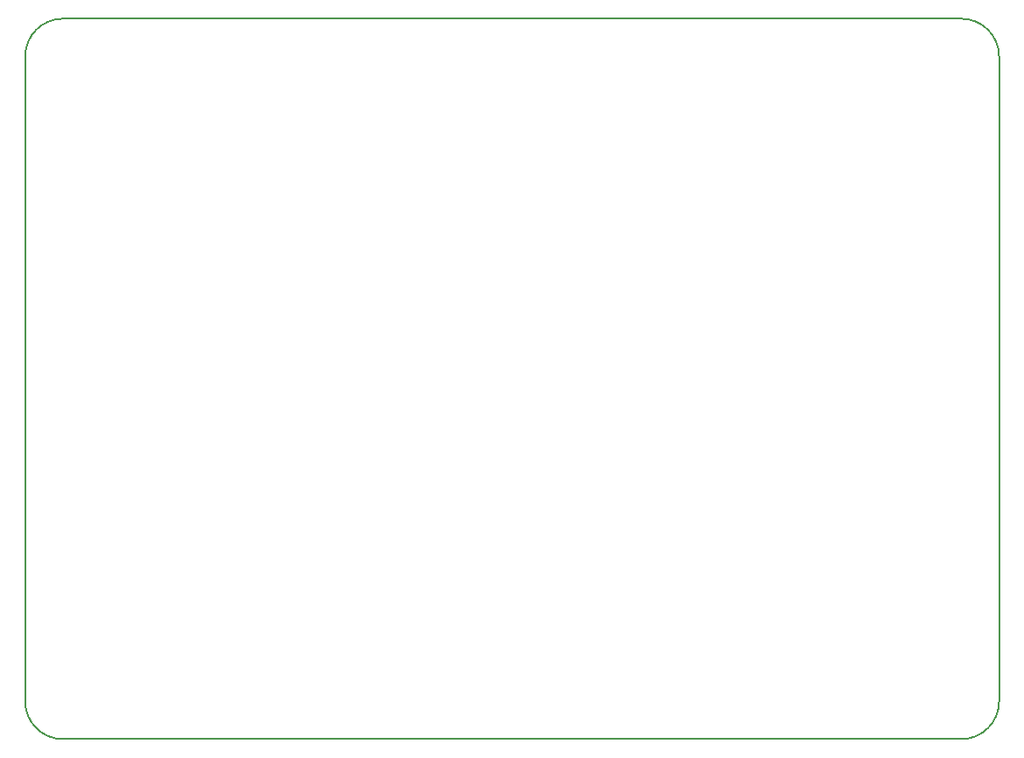
<source format=gm1>
G04 #@! TF.GenerationSoftware,KiCad,Pcbnew,(5.1.10-1-10_14)*
G04 #@! TF.CreationDate,2021-09-20T15:56:21+08:00*
G04 #@! TF.ProjectId,SMP v.2,534d5020-762e-4322-9e6b-696361645f70,rev?*
G04 #@! TF.SameCoordinates,Original*
G04 #@! TF.FileFunction,Profile,NP*
%FSLAX46Y46*%
G04 Gerber Fmt 4.6, Leading zero omitted, Abs format (unit mm)*
G04 Created by KiCad (PCBNEW (5.1.10-1-10_14)) date 2021-09-20 15:56:21*
%MOMM*%
%LPD*%
G01*
G04 APERTURE LIST*
G04 #@! TA.AperFunction,Profile*
%ADD10C,0.150000*%
G04 #@! TD*
G04 APERTURE END LIST*
D10*
X110845600Y-132156200D02*
G75*
G02*
X107188000Y-128498600I0J3657600D01*
G01*
X201320400Y-128498600D02*
G75*
G02*
X197662800Y-132156200I-3657600J0D01*
G01*
X197662800Y-62458600D02*
G75*
G02*
X201320400Y-66116200I0J-3657600D01*
G01*
X107188000Y-66116200D02*
G75*
G02*
X110845600Y-62458600I3657600J0D01*
G01*
X107188000Y-128498600D02*
X107188000Y-66116200D01*
X110845600Y-132156200D02*
X197662800Y-132156200D01*
X201320400Y-128498600D02*
X201320400Y-66116200D01*
X110845600Y-62458600D02*
X197662800Y-62458600D01*
M02*

</source>
